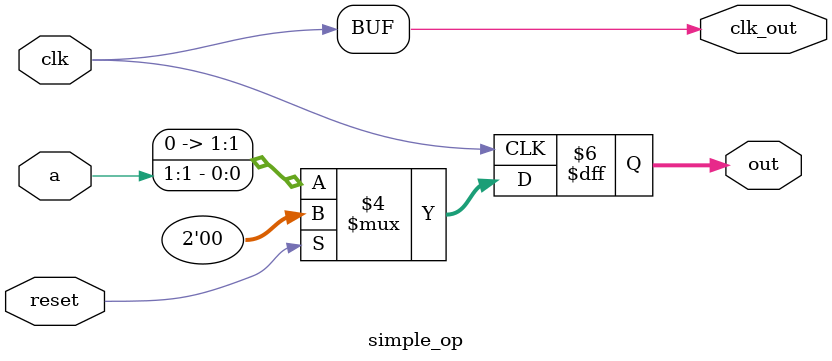
<source format=v>
module simple_op(
    clk,
    reset,
    a,
    out,
    clk_out
    );

    input   clk;
    input   reset;
    input   [1:0] a;

    output  [1:0]out;
    output  clk_out;

    assign clk_out = clk;

    always @(posedge clk)
    begin
        case(reset)
            0:          out <= a >> 1;
            default:    out <= 0;
        endcase
    end
endmodule
</source>
